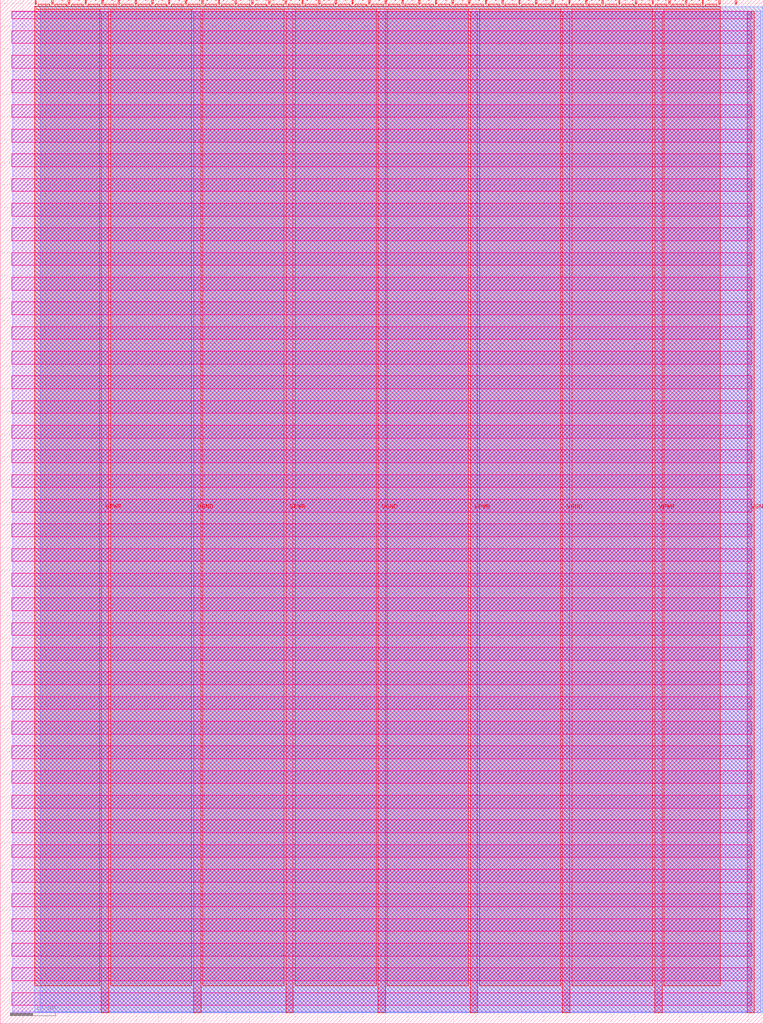
<source format=lef>
VERSION 5.7 ;
  NOWIREEXTENSIONATPIN ON ;
  DIVIDERCHAR "/" ;
  BUSBITCHARS "[]" ;
MACRO tt_um_tomkeddie_a
  CLASS BLOCK ;
  FOREIGN tt_um_tomkeddie_a ;
  ORIGIN 0.000 0.000 ;
  SIZE 168.360 BY 225.760 ;
  PIN VGND
    DIRECTION INOUT ;
    USE GROUND ;
    PORT
      LAYER met4 ;
        RECT 42.670 2.480 44.270 223.280 ;
    END
    PORT
      LAYER met4 ;
        RECT 83.380 2.480 84.980 223.280 ;
    END
    PORT
      LAYER met4 ;
        RECT 124.090 2.480 125.690 223.280 ;
    END
    PORT
      LAYER met4 ;
        RECT 164.800 2.480 166.400 223.280 ;
    END
  END VGND
  PIN VPWR
    DIRECTION INOUT ;
    USE POWER ;
    PORT
      LAYER met4 ;
        RECT 22.315 2.480 23.915 223.280 ;
    END
    PORT
      LAYER met4 ;
        RECT 63.025 2.480 64.625 223.280 ;
    END
    PORT
      LAYER met4 ;
        RECT 103.735 2.480 105.335 223.280 ;
    END
    PORT
      LAYER met4 ;
        RECT 144.445 2.480 146.045 223.280 ;
    END
  END VPWR
  PIN clk
    DIRECTION INPUT ;
    USE SIGNAL ;
    ANTENNAGATEAREA 0.852000 ;
    PORT
      LAYER met4 ;
        RECT 158.550 224.760 158.850 225.760 ;
    END
  END clk
  PIN ena
    DIRECTION INPUT ;
    USE SIGNAL ;
    PORT
      LAYER met4 ;
        RECT 162.230 224.760 162.530 225.760 ;
    END
  END ena
  PIN rst_n
    DIRECTION INPUT ;
    USE SIGNAL ;
    ANTENNAGATEAREA 0.213000 ;
    PORT
      LAYER met4 ;
        RECT 154.870 224.760 155.170 225.760 ;
    END
  END rst_n
  PIN ui_in[0]
    DIRECTION INPUT ;
    USE SIGNAL ;
    ANTENNAGATEAREA 0.196500 ;
    PORT
      LAYER met4 ;
        RECT 151.190 224.760 151.490 225.760 ;
    END
  END ui_in[0]
  PIN ui_in[1]
    DIRECTION INPUT ;
    USE SIGNAL ;
    ANTENNAGATEAREA 0.126000 ;
    PORT
      LAYER met4 ;
        RECT 147.510 224.760 147.810 225.760 ;
    END
  END ui_in[1]
  PIN ui_in[2]
    DIRECTION INPUT ;
    USE SIGNAL ;
    PORT
      LAYER met4 ;
        RECT 143.830 224.760 144.130 225.760 ;
    END
  END ui_in[2]
  PIN ui_in[3]
    DIRECTION INPUT ;
    USE SIGNAL ;
    PORT
      LAYER met4 ;
        RECT 140.150 224.760 140.450 225.760 ;
    END
  END ui_in[3]
  PIN ui_in[4]
    DIRECTION INPUT ;
    USE SIGNAL ;
    PORT
      LAYER met4 ;
        RECT 136.470 224.760 136.770 225.760 ;
    END
  END ui_in[4]
  PIN ui_in[5]
    DIRECTION INPUT ;
    USE SIGNAL ;
    PORT
      LAYER met4 ;
        RECT 132.790 224.760 133.090 225.760 ;
    END
  END ui_in[5]
  PIN ui_in[6]
    DIRECTION INPUT ;
    USE SIGNAL ;
    PORT
      LAYER met4 ;
        RECT 129.110 224.760 129.410 225.760 ;
    END
  END ui_in[6]
  PIN ui_in[7]
    DIRECTION INPUT ;
    USE SIGNAL ;
    PORT
      LAYER met4 ;
        RECT 125.430 224.760 125.730 225.760 ;
    END
  END ui_in[7]
  PIN uio_in[0]
    DIRECTION INPUT ;
    USE SIGNAL ;
    PORT
      LAYER met4 ;
        RECT 121.750 224.760 122.050 225.760 ;
    END
  END uio_in[0]
  PIN uio_in[1]
    DIRECTION INPUT ;
    USE SIGNAL ;
    PORT
      LAYER met4 ;
        RECT 118.070 224.760 118.370 225.760 ;
    END
  END uio_in[1]
  PIN uio_in[2]
    DIRECTION INPUT ;
    USE SIGNAL ;
    PORT
      LAYER met4 ;
        RECT 114.390 224.760 114.690 225.760 ;
    END
  END uio_in[2]
  PIN uio_in[3]
    DIRECTION INPUT ;
    USE SIGNAL ;
    PORT
      LAYER met4 ;
        RECT 110.710 224.760 111.010 225.760 ;
    END
  END uio_in[3]
  PIN uio_in[4]
    DIRECTION INPUT ;
    USE SIGNAL ;
    PORT
      LAYER met4 ;
        RECT 107.030 224.760 107.330 225.760 ;
    END
  END uio_in[4]
  PIN uio_in[5]
    DIRECTION INPUT ;
    USE SIGNAL ;
    PORT
      LAYER met4 ;
        RECT 103.350 224.760 103.650 225.760 ;
    END
  END uio_in[5]
  PIN uio_in[6]
    DIRECTION INPUT ;
    USE SIGNAL ;
    PORT
      LAYER met4 ;
        RECT 99.670 224.760 99.970 225.760 ;
    END
  END uio_in[6]
  PIN uio_in[7]
    DIRECTION INPUT ;
    USE SIGNAL ;
    PORT
      LAYER met4 ;
        RECT 95.990 224.760 96.290 225.760 ;
    END
  END uio_in[7]
  PIN uio_oe[0]
    DIRECTION OUTPUT TRISTATE ;
    USE SIGNAL ;
    PORT
      LAYER met4 ;
        RECT 33.430 224.760 33.730 225.760 ;
    END
  END uio_oe[0]
  PIN uio_oe[1]
    DIRECTION OUTPUT TRISTATE ;
    USE SIGNAL ;
    PORT
      LAYER met4 ;
        RECT 29.750 224.760 30.050 225.760 ;
    END
  END uio_oe[1]
  PIN uio_oe[2]
    DIRECTION OUTPUT TRISTATE ;
    USE SIGNAL ;
    PORT
      LAYER met4 ;
        RECT 26.070 224.760 26.370 225.760 ;
    END
  END uio_oe[2]
  PIN uio_oe[3]
    DIRECTION OUTPUT TRISTATE ;
    USE SIGNAL ;
    PORT
      LAYER met4 ;
        RECT 22.390 224.760 22.690 225.760 ;
    END
  END uio_oe[3]
  PIN uio_oe[4]
    DIRECTION OUTPUT TRISTATE ;
    USE SIGNAL ;
    PORT
      LAYER met4 ;
        RECT 18.710 224.760 19.010 225.760 ;
    END
  END uio_oe[4]
  PIN uio_oe[5]
    DIRECTION OUTPUT TRISTATE ;
    USE SIGNAL ;
    PORT
      LAYER met4 ;
        RECT 15.030 224.760 15.330 225.760 ;
    END
  END uio_oe[5]
  PIN uio_oe[6]
    DIRECTION OUTPUT TRISTATE ;
    USE SIGNAL ;
    PORT
      LAYER met4 ;
        RECT 11.350 224.760 11.650 225.760 ;
    END
  END uio_oe[6]
  PIN uio_oe[7]
    DIRECTION OUTPUT TRISTATE ;
    USE SIGNAL ;
    PORT
      LAYER met4 ;
        RECT 7.670 224.760 7.970 225.760 ;
    END
  END uio_oe[7]
  PIN uio_out[0]
    DIRECTION OUTPUT TRISTATE ;
    USE SIGNAL ;
    ANTENNAGATEAREA 0.126000 ;
    ANTENNADIFFAREA 0.445500 ;
    PORT
      LAYER met4 ;
        RECT 62.870 224.760 63.170 225.760 ;
    END
  END uio_out[0]
  PIN uio_out[1]
    DIRECTION OUTPUT TRISTATE ;
    USE SIGNAL ;
    ANTENNAGATEAREA 0.247500 ;
    ANTENNADIFFAREA 0.445500 ;
    PORT
      LAYER met4 ;
        RECT 59.190 224.760 59.490 225.760 ;
    END
  END uio_out[1]
  PIN uio_out[2]
    DIRECTION OUTPUT TRISTATE ;
    USE SIGNAL ;
    ANTENNAGATEAREA 0.247500 ;
    ANTENNADIFFAREA 0.891000 ;
    PORT
      LAYER met4 ;
        RECT 55.510 224.760 55.810 225.760 ;
    END
  END uio_out[2]
  PIN uio_out[3]
    DIRECTION OUTPUT TRISTATE ;
    USE SIGNAL ;
    PORT
      LAYER met4 ;
        RECT 51.830 224.760 52.130 225.760 ;
    END
  END uio_out[3]
  PIN uio_out[4]
    DIRECTION OUTPUT TRISTATE ;
    USE SIGNAL ;
    PORT
      LAYER met4 ;
        RECT 48.150 224.760 48.450 225.760 ;
    END
  END uio_out[4]
  PIN uio_out[5]
    DIRECTION OUTPUT TRISTATE ;
    USE SIGNAL ;
    PORT
      LAYER met4 ;
        RECT 44.470 224.760 44.770 225.760 ;
    END
  END uio_out[5]
  PIN uio_out[6]
    DIRECTION OUTPUT TRISTATE ;
    USE SIGNAL ;
    PORT
      LAYER met4 ;
        RECT 40.790 224.760 41.090 225.760 ;
    END
  END uio_out[6]
  PIN uio_out[7]
    DIRECTION OUTPUT TRISTATE ;
    USE SIGNAL ;
    PORT
      LAYER met4 ;
        RECT 37.110 224.760 37.410 225.760 ;
    END
  END uio_out[7]
  PIN uo_out[0]
    DIRECTION OUTPUT TRISTATE ;
    USE SIGNAL ;
    ANTENNAGATEAREA 0.247500 ;
    ANTENNADIFFAREA 0.891000 ;
    PORT
      LAYER met4 ;
        RECT 92.310 224.760 92.610 225.760 ;
    END
  END uo_out[0]
  PIN uo_out[1]
    DIRECTION OUTPUT TRISTATE ;
    USE SIGNAL ;
    ANTENNAGATEAREA 0.247500 ;
    ANTENNADIFFAREA 0.891000 ;
    PORT
      LAYER met4 ;
        RECT 88.630 224.760 88.930 225.760 ;
    END
  END uo_out[1]
  PIN uo_out[2]
    DIRECTION OUTPUT TRISTATE ;
    USE SIGNAL ;
    ANTENNADIFFAREA 0.795200 ;
    PORT
      LAYER met4 ;
        RECT 84.950 224.760 85.250 225.760 ;
    END
  END uo_out[2]
  PIN uo_out[3]
    DIRECTION OUTPUT TRISTATE ;
    USE SIGNAL ;
    ANTENNADIFFAREA 0.795200 ;
    PORT
      LAYER met4 ;
        RECT 81.270 224.760 81.570 225.760 ;
    END
  END uo_out[3]
  PIN uo_out[4]
    DIRECTION OUTPUT TRISTATE ;
    USE SIGNAL ;
    ANTENNAGATEAREA 0.247500 ;
    ANTENNADIFFAREA 0.891000 ;
    PORT
      LAYER met4 ;
        RECT 77.590 224.760 77.890 225.760 ;
    END
  END uo_out[4]
  PIN uo_out[5]
    DIRECTION OUTPUT TRISTATE ;
    USE SIGNAL ;
    ANTENNADIFFAREA 0.795200 ;
    PORT
      LAYER met4 ;
        RECT 73.910 224.760 74.210 225.760 ;
    END
  END uo_out[5]
  PIN uo_out[6]
    DIRECTION OUTPUT TRISTATE ;
    USE SIGNAL ;
    ANTENNADIFFAREA 0.445500 ;
    PORT
      LAYER met4 ;
        RECT 70.230 224.760 70.530 225.760 ;
    END
  END uo_out[6]
  PIN uo_out[7]
    DIRECTION OUTPUT TRISTATE ;
    USE SIGNAL ;
    ANTENNADIFFAREA 0.795200 ;
    PORT
      LAYER met4 ;
        RECT 66.550 224.760 66.850 225.760 ;
    END
  END uo_out[7]
  OBS
      LAYER nwell ;
        RECT 2.570 221.625 165.790 223.230 ;
        RECT 2.570 216.185 165.790 219.015 ;
        RECT 2.570 210.745 165.790 213.575 ;
        RECT 2.570 205.305 165.790 208.135 ;
        RECT 2.570 199.865 165.790 202.695 ;
        RECT 2.570 194.425 165.790 197.255 ;
        RECT 2.570 188.985 165.790 191.815 ;
        RECT 2.570 183.545 165.790 186.375 ;
        RECT 2.570 178.105 165.790 180.935 ;
        RECT 2.570 172.665 165.790 175.495 ;
        RECT 2.570 167.225 165.790 170.055 ;
        RECT 2.570 161.785 165.790 164.615 ;
        RECT 2.570 156.345 165.790 159.175 ;
        RECT 2.570 150.905 165.790 153.735 ;
        RECT 2.570 145.465 165.790 148.295 ;
        RECT 2.570 140.025 165.790 142.855 ;
        RECT 2.570 134.585 165.790 137.415 ;
        RECT 2.570 129.145 165.790 131.975 ;
        RECT 2.570 123.705 165.790 126.535 ;
        RECT 2.570 118.265 165.790 121.095 ;
        RECT 2.570 112.825 165.790 115.655 ;
        RECT 2.570 107.385 165.790 110.215 ;
        RECT 2.570 101.945 165.790 104.775 ;
        RECT 2.570 96.505 165.790 99.335 ;
        RECT 2.570 91.065 165.790 93.895 ;
        RECT 2.570 85.625 165.790 88.455 ;
        RECT 2.570 80.185 165.790 83.015 ;
        RECT 2.570 74.745 165.790 77.575 ;
        RECT 2.570 69.305 165.790 72.135 ;
        RECT 2.570 63.865 165.790 66.695 ;
        RECT 2.570 58.425 165.790 61.255 ;
        RECT 2.570 52.985 165.790 55.815 ;
        RECT 2.570 47.545 165.790 50.375 ;
        RECT 2.570 42.105 165.790 44.935 ;
        RECT 2.570 36.665 165.790 39.495 ;
        RECT 2.570 31.225 165.790 34.055 ;
        RECT 2.570 25.785 165.790 28.615 ;
        RECT 2.570 20.345 165.790 23.175 ;
        RECT 2.570 14.905 165.790 17.735 ;
        RECT 2.570 9.465 165.790 12.295 ;
        RECT 2.570 4.025 165.790 6.855 ;
      LAYER li1 ;
        RECT 2.760 2.635 165.600 223.125 ;
      LAYER met1 ;
        RECT 2.760 2.480 167.830 223.280 ;
      LAYER met2 ;
        RECT 8.830 2.535 168.270 224.245 ;
      LAYER met3 ;
        RECT 7.630 2.555 168.295 224.225 ;
      LAYER met4 ;
        RECT 8.370 224.360 10.950 224.760 ;
        RECT 12.050 224.360 14.630 224.760 ;
        RECT 15.730 224.360 18.310 224.760 ;
        RECT 19.410 224.360 21.990 224.760 ;
        RECT 23.090 224.360 25.670 224.760 ;
        RECT 26.770 224.360 29.350 224.760 ;
        RECT 30.450 224.360 33.030 224.760 ;
        RECT 34.130 224.360 36.710 224.760 ;
        RECT 37.810 224.360 40.390 224.760 ;
        RECT 41.490 224.360 44.070 224.760 ;
        RECT 45.170 224.360 47.750 224.760 ;
        RECT 48.850 224.360 51.430 224.760 ;
        RECT 52.530 224.360 55.110 224.760 ;
        RECT 56.210 224.360 58.790 224.760 ;
        RECT 59.890 224.360 62.470 224.760 ;
        RECT 63.570 224.360 66.150 224.760 ;
        RECT 67.250 224.360 69.830 224.760 ;
        RECT 70.930 224.360 73.510 224.760 ;
        RECT 74.610 224.360 77.190 224.760 ;
        RECT 78.290 224.360 80.870 224.760 ;
        RECT 81.970 224.360 84.550 224.760 ;
        RECT 85.650 224.360 88.230 224.760 ;
        RECT 89.330 224.360 91.910 224.760 ;
        RECT 93.010 224.360 95.590 224.760 ;
        RECT 96.690 224.360 99.270 224.760 ;
        RECT 100.370 224.360 102.950 224.760 ;
        RECT 104.050 224.360 106.630 224.760 ;
        RECT 107.730 224.360 110.310 224.760 ;
        RECT 111.410 224.360 113.990 224.760 ;
        RECT 115.090 224.360 117.670 224.760 ;
        RECT 118.770 224.360 121.350 224.760 ;
        RECT 122.450 224.360 125.030 224.760 ;
        RECT 126.130 224.360 128.710 224.760 ;
        RECT 129.810 224.360 132.390 224.760 ;
        RECT 133.490 224.360 136.070 224.760 ;
        RECT 137.170 224.360 139.750 224.760 ;
        RECT 140.850 224.360 143.430 224.760 ;
        RECT 144.530 224.360 147.110 224.760 ;
        RECT 148.210 224.360 150.790 224.760 ;
        RECT 151.890 224.360 154.470 224.760 ;
        RECT 155.570 224.360 158.150 224.760 ;
        RECT 7.655 223.680 158.865 224.360 ;
        RECT 7.655 8.335 21.915 223.680 ;
        RECT 24.315 8.335 42.270 223.680 ;
        RECT 44.670 8.335 62.625 223.680 ;
        RECT 65.025 8.335 82.980 223.680 ;
        RECT 85.380 8.335 103.335 223.680 ;
        RECT 105.735 8.335 123.690 223.680 ;
        RECT 126.090 8.335 144.045 223.680 ;
        RECT 146.445 8.335 158.865 223.680 ;
  END
END tt_um_tomkeddie_a
END LIBRARY


</source>
